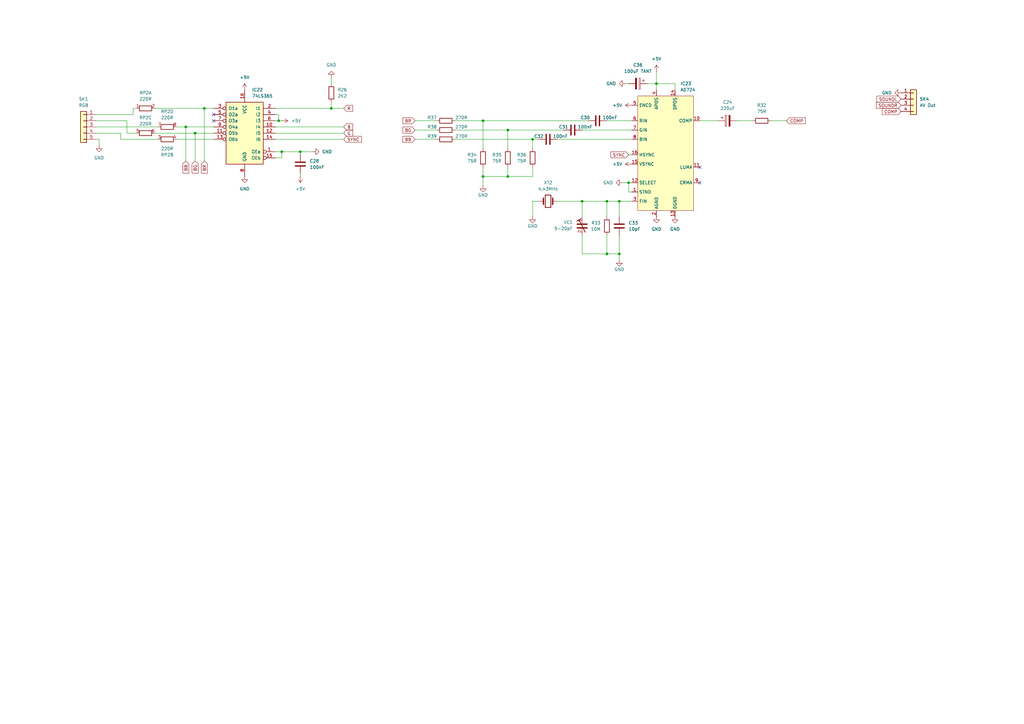
<source format=kicad_sch>
(kicad_sch (version 20231120) (generator "eeschema") (generator_version "8.0")
  (paper "A3")
  (lib_symbols
    (symbol "74xx:74LS368" (pin_names (offset 1.016))
      (property "Reference" "U" (at -7.62 13.97 0))
      (property "Value" "74LS368" (at -7.62 -13.97 0))
      (symbol "74LS368_1_0"
        (pin input inverted (at -12.7 -7.62 0) (length 5.08) (name "OEa") (number "1"))
        (pin input line (at -12.7 2.54 0) (length 5.08) (name "I4") (number "10"))
        (pin tri_state inverted (at 12.7 0 180) (length 5.08) (name "O5b") (number "11"))
        (pin input line (at -12.7 0 0) (length 5.08) (name "I5") (number "12"))
        (pin tri_state inverted (at 12.7 -2.54 180) (length 5.08) (name "O6b") (number "13"))
        (pin input line (at -12.7 -2.54 0) (length 5.08) (name "I6") (number "14"))
        (pin input inverted (at -12.7 -10.16 0) (length 5.08) (name "OEb") (number "15"))
        (pin power_in line (at 0 17.78 270) (length 5.08) (name "VCC") (number "16"))
        (pin input line (at -12.7 10.16 0) (length 5.08) (name "I1") (number "2"))
        (pin tri_state inverted (at 12.7 10.16 180) (length 5.08) (name "O1a") (number "3"))
        (pin input line (at -12.7 7.62 0) (length 5.08) (name "I2") (number "4"))
        (pin tri_state inverted (at 12.7 7.62 180) (length 5.08) (name "O2a") (number "5"))
        (pin input line (at -12.7 5.08 0) (length 5.08) (name "I3") (number "6"))
        (pin tri_state inverted (at 12.7 5.08 180) (length 5.08) (name "O3a") (number "7"))
        (pin power_in line (at 0 -17.78 90) (length 5.08) (name "GND") (number "8"))
        (pin tri_state inverted (at 12.7 2.54 180) (length 5.08) (name "O4a") (number "9"))
      )
      (symbol "74LS368_1_1"
        (rectangle (start -7.62 12.7) (end 7.62 -12.7) (stroke (width 0.254)) (fill (type background)))
      )
    )
    (symbol "Connector_Generic:Conn_01x04" (pin_names (offset 1.016) hide)
      (property "Reference" "J" (at 0 5.08 0))
      (property "Value" "Conn_01x04" (at 0 -7.62 0))
      (symbol "Conn_01x04_1_1"
        (rectangle (start -1.27 -4.953) (end 0 -5.207) (stroke (width 0.1524)))
        (rectangle (start -1.27 -2.413) (end 0 -2.667) (stroke (width 0.1524)))
        (rectangle (start -1.27 0.127) (end 0 -0.127) (stroke (width 0.1524)))
        (rectangle (start -1.27 2.667) (end 0 2.413) (stroke (width 0.1524)))
        (rectangle (start -1.27 3.81) (end 1.27 -6.35) (stroke (width 0.254)) (fill (type background)))
        (pin passive line (at -5.08 2.54 0) (length 3.81) (name "Pin_1") (number "1"))
        (pin passive line (at -5.08 0 0) (length 3.81) (name "Pin_2") (number "2"))
        (pin passive line (at -5.08 -2.54 0) (length 3.81) (name "Pin_3") (number "3"))
        (pin passive line (at -5.08 -5.08 0) (length 3.81) (name "Pin_4") (number "4"))
      )
    )
    (symbol "Connector_Generic:Conn_01x05" (pin_names (offset 1.016) hide)
      (property "Reference" "J" (at 0 7.62 0))
      (property "Value" "Conn_01x05" (at 0 -7.62 0))
      (symbol "Conn_01x05_1_1"
        (rectangle (start -1.27 -4.953) (end 0 -5.207) (stroke (width 0.1524)))
        (rectangle (start -1.27 -2.413) (end 0 -2.667) (stroke (width 0.1524)))
        (rectangle (start -1.27 0.127) (end 0 -0.127) (stroke (width 0.1524)))
        (rectangle (start -1.27 2.667) (end 0 2.413) (stroke (width 0.1524)))
        (rectangle (start -1.27 5.207) (end 0 4.953) (stroke (width 0.1524)))
        (rectangle (start -1.27 6.35) (end 1.27 -6.35) (stroke (width 0.254)) (fill (type background)))
        (pin passive line (at -5.08 5.08 0) (length 3.81) (name "Pin_1") (number "1"))
        (pin passive line (at -5.08 2.54 0) (length 3.81) (name "Pin_2") (number "2"))
        (pin passive line (at -5.08 0 0) (length 3.81) (name "Pin_3") (number "3"))
        (pin passive line (at -5.08 -2.54 0) (length 3.81) (name "Pin_4") (number "4"))
        (pin passive line (at -5.08 -5.08 0) (length 3.81) (name "Pin_5") (number "5"))
      )
    )
    (symbol "Device:C" (pin_numbers hide) (pin_names (offset 0.254))
      (property "Reference" "C" (at 0.635 2.54 0))
      (property "Value" "C" (at 0.635 -2.54 0))
      (symbol "C_0_1"
        (polyline (pts (xy -2.032 -0.762) (xy 2.032 -0.762)) (stroke (width 0.508)))
        (polyline (pts (xy -2.032 0.762) (xy 2.032 0.762)) (stroke (width 0.508)))
      )
      (symbol "C_1_1"
        (pin passive line (at 0 3.81 270) (length 2.794) (name "~") (number "1"))
        (pin passive line (at 0 -3.81 90) (length 2.794) (name "~") (number "2"))
      )
    )
    (symbol "Device:C_Polarized" (pin_numbers hide) (pin_names (offset 0.254))
      (property "Reference" "C" (at 0.635 2.54 0))
      (property "Value" "C_Polarized" (at 0.635 -2.54 0))
      (symbol "C_Polarized_0_1"
        (rectangle (start -2.286 0.508) (end 2.286 1.016))
        (polyline (pts (xy -1.778 2.286) (xy -0.762 2.286)))
        (polyline (pts (xy -1.27 2.794) (xy -1.27 1.778)))
        (rectangle (start 2.286 -0.508) (end -2.286 -1.016) (fill (type outline)))
      )
      (symbol "C_Polarized_1_1"
        (pin passive line (at 0 3.81 270) (length 2.794) (name "~") (number "1"))
        (pin passive line (at 0 -3.81 90) (length 2.794) (name "~") (number "2"))
      )
    )
    (symbol "Device:C_Trim" (pin_names (offset 0.254) hide)
      (property "Reference" "C" (at 1.524 -2.032 0))
      (property "Value" "C_Trim" (at 3.048 -3.556 0))
      (symbol "C_Trim_0_1"
        (polyline (pts (xy -2.032 -0.762) (xy 2.032 -0.762)) (stroke (width 0.508)))
        (polyline (pts (xy -2.032 0.762) (xy 2.032 0.762)) (stroke (width 0.508)))
        (polyline (pts (xy 1.27 2.54) (xy -1.27 -2.54)) (stroke (width 0.3048)))
        (polyline (pts (xy 1.27 2.54) (xy 0.381 3.048)) (stroke (width 0.3048)))
        (polyline (pts (xy 1.27 2.54) (xy 2.159 2.032)) (stroke (width 0.3048)))
      )
      (symbol "C_Trim_1_1"
        (pin passive line (at 0 3.81 270) (length 3.048) (name "~") (number "1"))
        (pin passive line (at 0 -3.81 90) (length 3.048) (name "~") (number "2"))
      )
    )
    (symbol "Device:Crystal" (pin_numbers hide) (pin_names (offset 1.016) hide)
      (property "Reference" "Y" (at 0 3.81 0))
      (property "Value" "Crystal" (at 0 -3.81 0))
      (symbol "Crystal_0_1"
        (rectangle (start -1.143 2.54) (end 1.143 -2.54) (stroke (width 0.3048)))
        (polyline (pts (xy -2.54 0) (xy -1.905 0)))
        (polyline (pts (xy -1.905 -1.27) (xy -1.905 1.27)) (stroke (width 0.508)))
        (polyline (pts (xy 1.905 -1.27) (xy 1.905 1.27)) (stroke (width 0.508)))
        (polyline (pts (xy 2.54 0) (xy 1.905 0)))
      )
      (symbol "Crystal_1_1"
        (pin passive line (at -3.81 0 0) (length 1.27) (name "1") (number "1"))
        (pin passive line (at 3.81 0 180) (length 1.27) (name "2") (number "2"))
      )
    )
    (symbol "Device:R" (pin_numbers hide) (pin_names (offset 0))
      (property "Reference" "R" (at 2.032 0 90))
      (property "Value" "R" (at 0 0 90))
      (symbol "R_0_1"
        (rectangle (start -1.016 -2.54) (end 1.016 2.54) (stroke (width 0.254)))
      )
      (symbol "R_1_1"
        (pin passive line (at 0 3.81 270) (length 1.27) (name "~") (number "1"))
        (pin passive line (at 0 -3.81 90) (length 1.27) (name "~") (number "2"))
      )
    )
    (symbol "Device:R_Pack04_SIP_Split" (pin_names (offset 0) hide)
      (property "Reference" "RN" (at 2.032 0 90))
      (property "Value" "R_Pack04_SIP_Split" (at 0 0 90))
      (symbol "R_Pack04_SIP_Split_0_1"
        (rectangle (start 1.016 2.54) (end -1.016 -2.54) (stroke (width 0.254)))
      )
      (symbol "R_Pack04_SIP_Split_1_1"
        (pin passive line (at 0 -3.81 90) (length 1.27) (name "R1.1") (number "1"))
        (pin passive line (at 0 3.81 270) (length 1.27) (name "R1.2") (number "2"))
      )
      (symbol "R_Pack04_SIP_Split_2_1"
        (pin passive line (at 0 -3.81 90) (length 1.27) (name "R2.1") (number "3"))
        (pin passive line (at 0 3.81 270) (length 1.27) (name "R2.2") (number "4"))
      )
      (symbol "R_Pack04_SIP_Split_3_1"
        (pin passive line (at 0 -3.81 90) (length 1.27) (name "R3.1") (number "5"))
        (pin passive line (at 0 3.81 270) (length 1.27) (name "R3.2") (number "6"))
      )
      (symbol "R_Pack04_SIP_Split_4_1"
        (pin passive line (at 0 -3.81 90) (length 1.27) (name "R4.1") (number "7"))
        (pin passive line (at 0 3.81 270) (length 1.27) (name "R4.2") (number "8"))
      )
    )
    (symbol "Oric:AD724"
      (property "Reference" "IC" (at 6.35 24.13 0))
      (property "Value" "AD724" (at 0 0 0))
      (symbol "AD724_0_0"
        (pin input line (at -13.97 -16.51 0) (length 2.54) (name "STND") (number "1"))
        (pin output line (at 13.97 12.7 180) (length 2.54) (name "COMP") (number "10"))
        (pin output line (at 13.97 -6.35 180) (length 2.54) (name "LUMA") (number "11"))
        (pin input line (at -13.97 -12.7 0) (length 2.54) (name "SELECT") (number "12"))
        (pin input line (at 3.81 -26.67 90) (length 2.54) (name "DGND") (number "13"))
        (pin input line (at 3.81 25.4 270) (length 2.54) (name "DPOS") (number "14"))
        (pin input line (at -13.97 -5.08 0) (length 2.54) (name "VSYNC") (number "15"))
        (pin input line (at -13.97 -1.27 0) (length 2.54) (name "HSYNC") (number "16"))
        (pin power_in line (at -3.81 -26.67 90) (length 2.54) (name "AGND") (number "2"))
        (pin passive line (at -13.97 -20.32 0) (length 2.54) (name "FIN") (number "3"))
        (pin power_in line (at -3.81 25.4 270) (length 2.54) (name "APOS") (number "4"))
        (pin input line (at -13.97 19.05 0) (length 2.54) (name "ENCD") (number "5"))
        (pin input line (at -13.97 12.7 0) (length 2.54) (name "RIN") (number "6"))
        (pin input line (at -13.97 8.89 0) (length 2.54) (name "GIN") (number "7"))
        (pin input line (at -13.97 5.08 0) (length 2.54) (name "BIN") (number "8"))
        (pin output line (at 13.97 -12.7 180) (length 2.54) (name "CRMA") (number "9"))
      )
      (symbol "AD724_1_1"
        (rectangle (start -11.43 22.86) (end 11.43 -24.13) (fill (type background)))
      )
    )
    (symbol "power:+5V" (power) (pin_numbers hide) (pin_names (offset 0) hide)
      (property "Value" "+5V" (at 0 3.556 0))
      (symbol "+5V_0_1"
        (polyline (pts (xy -0.762 1.27) (xy 0 2.54)))
        (polyline (pts (xy 0 0) (xy 0 2.54)))
        (polyline (pts (xy 0 2.54) (xy 0.762 1.27)))
      )
      (symbol "+5V_1_1"
        (pin power_in line (at 0 0 90) (length 0) (name "~") (number "1"))
      )
    )
    (symbol "power:GND" (power) (pin_numbers hide) (pin_names (offset 0) hide)
      (property "Value" "GND" (at 0 -3.81 0))
      (symbol "GND_0_1"
        (polyline (pts (xy 0 0) (xy 0 -1.27) (xy 1.27 -1.27) (xy 0 -2.54) (xy -1.27 -1.27) (xy 0 -1.27)))
      )
      (symbol "GND_1_1"
        (pin power_in line (at 0 0 270) (length 0) (name "~") (number "1"))
      )
    )
  )
  (junction (at 238.76 82.55))
  (junction (at 198.12 72.39))
  (junction (at 76.2 52.07))
  (junction (at 83.82 44.45))
  (junction (at 208.28 72.39))
  (junction (at 123.19 62.23))
  (junction (at 135.89 44.45))
  (junction (at 254 82.55))
  (junction (at 80.01 54.61))
  (junction (at 198.12 49.53))
  (junction (at 114.3 49.53))
  (junction (at 248.92 104.14))
  (junction (at 208.28 53.34))
  (junction (at 254 104.14))
  (junction (at 269.24 34.29))
  (junction (at 115.57 62.23))
  (junction (at 257.81 74.93))
  (junction (at 218.44 57.15))
  (junction (at 248.92 82.55))
  (no_connect (at 287.02 68.58))
  (no_connect (at 287.02 74.93))
  (no_connect (at 87.63 46.99))
  (no_connect (at 87.63 49.53))
  (wire (pts (xy 294.64 49.53) (xy 287.02 49.53)))
  (wire (pts (xy 72.39 57.15) (xy 87.63 57.15)))
  (wire (pts (xy 276.86 34.29) (xy 269.24 34.29)))
  (wire (pts (xy 76.2 52.07) (xy 87.63 52.07)))
  (wire (pts (xy 259.08 78.74) (xy 257.81 78.74)))
  (wire (pts (xy 254 82.55) (xy 254 88.9)))
  (wire (pts (xy 248.92 96.52) (xy 248.92 104.14)))
  (wire (pts (xy 113.03 44.45) (xy 135.89 44.45)))
  (wire (pts (xy 228.6 82.55) (xy 238.76 82.55)))
  (wire (pts (xy 113.03 64.77) (xy 115.57 64.77)))
  (wire (pts (xy 238.76 82.55) (xy 248.92 82.55)))
  (wire (pts (xy 115.57 49.53) (xy 114.3 49.53)))
  (wire (pts (xy 80.01 54.61) (xy 80.01 66.04)))
  (wire (pts (xy 269.24 34.29) (xy 269.24 36.83)))
  (wire (pts (xy 135.89 31.75) (xy 135.89 34.29)))
  (wire (pts (xy 52.07 49.53) (xy 52.07 54.61)))
  (wire (pts (xy 55.88 54.61) (xy 52.07 54.61)))
  (wire (pts (xy 254 104.14) (xy 248.92 104.14)))
  (wire (pts (xy 256.54 34.29) (xy 257.81 34.29)))
  (wire (pts (xy 114.3 49.53) (xy 113.03 49.53)))
  (wire (pts (xy 218.44 57.15) (xy 218.44 60.96)))
  (wire (pts (xy 254 96.52) (xy 254 104.14)))
  (wire (pts (xy 40.64 57.15) (xy 39.37 57.15)))
  (wire (pts (xy 238.76 104.14) (xy 248.92 104.14)))
  (wire (pts (xy 39.37 49.53) (xy 52.07 49.53)))
  (wire (pts (xy 114.3 46.99) (xy 114.3 49.53)))
  (wire (pts (xy 198.12 49.53) (xy 241.3 49.53)))
  (wire (pts (xy 257.81 63.5) (xy 259.08 63.5)))
  (wire (pts (xy 248.92 82.55) (xy 254 82.55)))
  (wire (pts (xy 308.61 49.53) (xy 302.26 49.53)))
  (wire (pts (xy 113.03 52.07) (xy 140.97 52.07)))
  (wire (pts (xy 238.76 96.52) (xy 238.76 104.14)))
  (wire (pts (xy 208.28 53.34) (xy 208.28 60.96)))
  (wire (pts (xy 123.19 72.39) (xy 123.19 71.12)))
  (wire (pts (xy 238.76 53.34) (xy 259.08 53.34)))
  (wire (pts (xy 218.44 72.39) (xy 208.28 72.39)))
  (wire (pts (xy 322.58 49.53) (xy 316.23 49.53)))
  (wire (pts (xy 113.03 57.15) (xy 140.97 57.15)))
  (wire (pts (xy 276.86 36.83) (xy 276.86 34.29)))
  (wire (pts (xy 218.44 68.58) (xy 218.44 72.39)))
  (wire (pts (xy 269.24 29.21) (xy 269.24 34.29)))
  (wire (pts (xy 54.61 46.99) (xy 39.37 46.99)))
  (wire (pts (xy 115.57 64.77) (xy 115.57 62.23)))
  (wire (pts (xy 228.6 57.15) (xy 259.08 57.15)))
  (wire (pts (xy 186.69 57.15) (xy 218.44 57.15)))
  (wire (pts (xy 257.81 74.93) (xy 259.08 74.93)))
  (wire (pts (xy 49.53 57.15) (xy 49.53 54.61)))
  (wire (pts (xy 238.76 82.55) (xy 238.76 88.9)))
  (wire (pts (xy 140.97 44.45) (xy 135.89 44.45)))
  (wire (pts (xy 55.88 44.45) (xy 54.61 44.45)))
  (wire (pts (xy 198.12 72.39) (xy 198.12 68.58)))
  (wire (pts (xy 254 106.68) (xy 254 104.14)))
  (wire (pts (xy 208.28 53.34) (xy 231.14 53.34)))
  (wire (pts (xy 123.19 63.5) (xy 123.19 62.23)))
  (wire (pts (xy 170.18 57.15) (xy 179.07 57.15)))
  (wire (pts (xy 218.44 82.55) (xy 218.44 88.9)))
  (wire (pts (xy 170.18 53.34) (xy 179.07 53.34)))
  (wire (pts (xy 76.2 52.07) (xy 76.2 66.04)))
  (wire (pts (xy 208.28 68.58) (xy 208.28 72.39)))
  (wire (pts (xy 265.43 34.29) (xy 269.24 34.29)))
  (wire (pts (xy 208.28 72.39) (xy 198.12 72.39)))
  (wire (pts (xy 80.01 54.61) (xy 87.63 54.61)))
  (wire (pts (xy 113.03 54.61) (xy 140.97 54.61)))
  (wire (pts (xy 257.81 78.74) (xy 257.81 74.93)))
  (wire (pts (xy 83.82 44.45) (xy 87.63 44.45)))
  (wire (pts (xy 198.12 49.53) (xy 198.12 60.96)))
  (wire (pts (xy 63.5 54.61) (xy 80.01 54.61)))
  (wire (pts (xy 218.44 57.15) (xy 220.98 57.15)))
  (wire (pts (xy 198.12 76.2) (xy 198.12 72.39)))
  (wire (pts (xy 64.77 57.15) (xy 49.53 57.15)))
  (wire (pts (xy 255.27 74.93) (xy 257.81 74.93)))
  (wire (pts (xy 39.37 52.07) (xy 64.77 52.07)))
  (wire (pts (xy 128.27 62.23) (xy 123.19 62.23)))
  (wire (pts (xy 83.82 44.45) (xy 83.82 66.04)))
  (wire (pts (xy 63.5 44.45) (xy 83.82 44.45)))
  (wire (pts (xy 186.69 53.34) (xy 208.28 53.34)))
  (wire (pts (xy 40.64 59.69) (xy 40.64 57.15)))
  (wire (pts (xy 248.92 82.55) (xy 248.92 88.9)))
  (wire (pts (xy 72.39 52.07) (xy 76.2 52.07)))
  (wire (pts (xy 248.92 49.53) (xy 259.08 49.53)))
  (wire (pts (xy 135.89 44.45) (xy 135.89 41.91)))
  (wire (pts (xy 170.18 49.53) (xy 179.07 49.53)))
  (wire (pts (xy 49.53 54.61) (xy 39.37 54.61)))
  (wire (pts (xy 123.19 62.23) (xy 115.57 62.23)))
  (wire (pts (xy 115.57 62.23) (xy 113.03 62.23)))
  (wire (pts (xy 54.61 44.45) (xy 54.61 46.99)))
  (wire (pts (xy 254 82.55) (xy 259.08 82.55)))
  (wire (pts (xy 220.98 82.55) (xy 218.44 82.55)))
  (wire (pts (xy 113.03 46.99) (xy 114.3 46.99)))
  (wire (pts (xy 186.69 49.53) (xy 198.12 49.53)))
  (global_label "BG" (shape input) (at 80.01 66.04 270) (property "Intersheetrefs" "${INTERSHEET_REFS}" (effects (hide yes))))
  (global_label "R" (shape input) (at 140.97 44.45 0) (property "Intersheetrefs" "${INTERSHEET_REFS}" (effects (hide yes))))
  (global_label "SYNC" (shape input) (at 140.97 57.15 0) (property "Intersheetrefs" "${INTERSHEET_REFS}" (effects (hide yes))))
  (global_label "BB" (shape input) (at 76.2 66.04 270) (property "Intersheetrefs" "${INTERSHEET_REFS}" (effects (hide yes))))
  (global_label "BR" (shape input) (at 83.82 66.04 270) (property "Intersheetrefs" "${INTERSHEET_REFS}" (effects (hide yes))))
  (global_label "BR" (shape input) (at 170.18 49.53 180) (property "Intersheetrefs" "${INTERSHEET_REFS}" (effects (hide yes))))
  (global_label "COMP" (shape input) (at 369.57 45.72 180) (property "Intersheetrefs" "${INTERSHEET_REFS}" (effects (hide yes))))
  (global_label "BB" (shape input) (at 170.18 57.15 180) (property "Intersheetrefs" "${INTERSHEET_REFS}" (effects (hide yes))))
  (global_label "COMP" (shape input) (at 322.58 49.53 0) (property "Intersheetrefs" "${INTERSHEET_REFS}" (effects (hide yes))))
  (global_label "B" (shape input) (at 140.97 52.07 0) (property "Intersheetrefs" "${INTERSHEET_REFS}" (effects (hide yes))))
  (global_label "SYNC" (shape input) (at 257.81 63.5 180) (property "Intersheetrefs" "${INTERSHEET_REFS}" (effects (hide yes))))
  (global_label "G" (shape input) (at 140.97 54.61 0) (property "Intersheetrefs" "${INTERSHEET_REFS}" (effects (hide yes))))
  (global_label "SOUNDR" (shape input) (at 369.57 43.18 180) (property "Intersheetrefs" "${INTERSHEET_REFS}" (effects (hide yes))))
  (global_label "BG" (shape input) (at 170.18 53.34 180) (property "Intersheetrefs" "${INTERSHEET_REFS}" (effects (hide yes))))
  (global_label "SOUNDL" (shape input) (at 369.57 40.64 180) (property "Intersheetrefs" "${INTERSHEET_REFS}" (effects (hide yes))))
  (symbol (lib_id "power:+5V") (at 115.57 49.53 270) (unit 1)
    (property "Reference" "#PWR054" (effects (hide yes)))
    (property "Value" "+5V" (at 119.38 49.5299 90) (effects (justify left)))
    (property "Description" "Power symbol creates a global label with name \"+5V\"" (effects (hide yes)))
  )
  (symbol (lib_id "Device:C") (at 245.11 49.53 90) (unit 1)
    (property "Reference" "C30" (at 240.03 48.26 90))
    (property "Value" "100nF" (at 250.19 48.26 90))
    (property "Footprint" "Oric:Ceramic Capacitor 5.00mm" (effects (hide yes)))
    (property "Description" "Unpolarized capacitor" (effects (hide yes)))
  )
  (symbol (lib_id "Device:R") (at 218.44 64.77 0) (mirror y) (unit 1)
    (property "Reference" "R36" (at 215.9 63.4999 0) (effects (justify left)))
    (property "Value" "75R" (at 215.9 66.0399 0) (effects (justify left)))
    (property "Footprint" "Oric:Resistor 10.16mm" (effects (hide yes)))
    (property "Description" "Resistor" (effects (hide yes)))
  )
  (symbol (lib_id "power:GND") (at 128.27 62.23 90) (unit 1)
    (property "Reference" "#PWR029" (effects (hide yes)))
    (property "Value" "GND" (at 132.08 62.2299 90) (effects (justify right)))
    (property "Description" "Power symbol creates a global label with name \"GND\" , ground" (effects (hide yes)))
  )
  (symbol (lib_id "power:GND") (at 254 106.68 0) (mirror y) (unit 1)
    (property "Reference" "#PWR037" (effects (hide yes)))
    (property "Value" "GND" (at 254 110.49 0))
    (property "Description" "Power symbol creates a global label with name \"GND\" , ground" (effects (hide yes)))
  )
  (symbol (lib_id "power:GND") (at 256.54 34.29 270) (unit 1)
    (property "Reference" "#PWR041" (effects (hide yes)))
    (property "Value" "GND" (at 252.73 34.2899 90) (effects (justify right)))
    (property "Description" "Power symbol creates a global label with name \"GND\" , ground" (effects (hide yes)))
  )
  (symbol (lib_id "power:+5V") (at 100.33 36.83 0) (unit 1)
    (property "Reference" "#PWR027" (effects (hide yes)))
    (property "Value" "+5V" (at 100.33 31.75 0))
    (property "Description" "Power symbol creates a global label with name \"+5V\"" (effects (hide yes)))
  )
  (symbol (lib_id "Device:R") (at 135.89 38.1 180) (unit 1)
    (property "Reference" "R26" (at 138.43 36.8299 0) (effects (justify right)))
    (property "Value" "2K2" (at 138.43 39.3699 0) (effects (justify right)))
    (property "Footprint" "Oric:Resistor 10.16mm" (effects (hide yes)))
    (property "Description" "Resistor" (effects (hide yes)))
  )
  (symbol (lib_id "Device:C") (at 234.95 53.34 90) (unit 1)
    (property "Reference" "C31" (at 231.14 52.07 90))
    (property "Value" "100nF" (at 240.03 52.07 90))
    (property "Footprint" "Oric:Ceramic Capacitor 5.00mm" (effects (hide yes)))
    (property "Description" "Unpolarized capacitor" (effects (hide yes)))
  )
  (symbol (lib_id "power:GND") (at 198.12 76.2 0) (mirror y) (unit 1)
    (property "Reference" "#PWR040" (effects (hide yes)))
    (property "Value" "GND" (at 198.12 80.01 0))
    (property "Description" "Power symbol creates a global label with name \"GND\" , ground" (effects (hide yes)))
  )
  (symbol (lib_id "power:GND") (at 369.57 38.1 270) (unit 1)
    (property "Reference" "#PWR023" (effects (hide yes)))
    (property "Value" "GND" (at 365.76 38.0999 90) (effects (justify right)))
    (property "Description" "Power symbol creates a global label with name \"GND\" , ground" (effects (hide yes)))
  )
  (symbol (lib_id "Device:R_Pack04_SIP_Split") (at 59.69 44.45 270) (mirror x) (unit 1)
    (property "Reference" "RP2" (at 59.69 38.1 90))
    (property "Value" "220R" (at 59.69 40.64 90))
    (property "Footprint" "Oric:R_Array_SIP8_Isolated" (effects (hide yes)))
    (property "Datasheet" "http://www.vishay.com/docs/31509/csc.pdf" (effects (hide yes)))
    (property "Description" "4 resistor network, parallel topology, SIP package, split" (effects (hide yes)))
  )
  (symbol (lib_id "Device:C_Polarized") (at 261.62 34.29 270) (unit 1)
    (property "Reference" "C36" (at 261.62 26.67 90))
    (property "Value" "100uF TANT" (at 261.62 29.21 90))
    (property "Footprint" "Oric:Tantalum Capacitor 5.00mm" (effects (hide yes)))
    (property "Description" "Polarized capacitor" (effects (hide yes)))
  )
  (symbol (lib_id "power:+5V") (at 259.08 67.31 90) (unit 1)
    (property "Reference" "#PWR039" (effects (hide yes)))
    (property "Value" "+5V" (at 255.27 67.3099 90) (effects (justify left)))
    (property "Description" "Power symbol creates a global label with name \"+5V\"" (effects (hide yes)))
  )
  (symbol (lib_id "Device:R_Pack04_SIP_Split") (at 68.58 57.15 270) (unit 2)
    (property "Reference" "RP2" (at 68.58 63.5 90))
    (property "Value" "220R" (at 68.58 60.96 90))
    (property "Footprint" "Oric:R_Array_SIP8_Isolated" (effects (hide yes)))
    (property "Datasheet" "http://www.vishay.com/docs/31509/csc.pdf" (effects (hide yes)))
    (property "Description" "4 resistor network, parallel topology, SIP package, split" (effects (hide yes)))
  )
  (symbol (lib_id "power:GND") (at 276.86 88.9 0) (unit 1)
    (property "Reference" "#PWR035" (effects (hide yes)))
    (property "Value" "GND" (at 276.86 93.98 0))
    (property "Description" "Power symbol creates a global label with name \"GND\" , ground" (effects (hide yes)))
  )
  (symbol (lib_id "Oric:AD724") (at 273.05 62.23 0) (unit 1)
    (property "Reference" "IC23" (at 279.0541 34.29 0) (effects (justify left)))
    (property "Value" "AD724" (at 279.0541 36.83 0) (effects (justify left)))
    (property "Footprint" "Oric:SOIC-16W_7.5x10.3mm_P1.27mm" (effects (hide yes)))
  )
  (symbol (lib_id "Device:R_Pack04_SIP_Split") (at 59.69 54.61 270) (mirror x) (unit 3)
    (property "Reference" "RP2" (at 59.69 48.26 90))
    (property "Value" "220R" (at 59.69 50.8 90))
    (property "Footprint" "Oric:R_Array_SIP8_Isolated" (effects (hide yes)))
    (property "Datasheet" "http://www.vishay.com/docs/31509/csc.pdf" (effects (hide yes)))
    (property "Description" "4 resistor network, parallel topology, SIP package, split" (effects (hide yes)))
  )
  (symbol (lib_id "Device:C_Trim") (at 238.76 92.71 0) (mirror y) (unit 1)
    (property "Reference" "VC1" (at 234.95 91.1859 0) (effects (justify left)))
    (property "Value" "5-20pF" (at 234.95 93.7259 0) (effects (justify left)))
    (property "Footprint" "Oric:CVN6500" (effects (hide yes)))
    (property "Description" "Trimmable capacitor" (effects (hide yes)))
  )
  (symbol (lib_id "Device:C_Polarized") (at 298.45 49.53 90) (mirror x) (unit 1)
    (property "Reference" "C24" (at 298.45 41.91 90))
    (property "Value" "220uF" (at 298.45 44.45 90))
    (property "Footprint" "Oric:Electrolytic Capacitor 5.00mm" (effects (hide yes)))
    (property "Description" "Polarized capacitor" (effects (hide yes)))
  )
  (symbol (lib_id "power:+5V") (at 259.08 43.18 90) (unit 1)
    (property "Reference" "#PWR032" (effects (hide yes)))
    (property "Value" "+5V" (at 255.27 43.1799 90) (effects (justify left)))
    (property "Description" "Power symbol creates a global label with name \"+5V\"" (effects (hide yes)))
  )
  (symbol (lib_id "74xx:74LS368") (at 100.33 54.61 0) (mirror y) (unit 1)
    (property "Reference" "IC22" (at 103.3465 36.83 0) (effects (justify right)))
    (property "Value" "74LS365" (at 103.3465 39.37 0) (effects (justify right)))
    (property "Footprint" "Oric:DIP-16_W7.62mm" (effects (hide yes)))
    (property "Datasheet" "http://www.ti.com/lit/gpn/sn74LS368" (effects (hide yes)))
    (property "Description" "Hex Bus Driver inverter, 3-state outputs" (effects (hide yes)))
  )
  (symbol (lib_id "Device:R_Pack04_SIP_Split") (at 68.58 52.07 270) (mirror x) (unit 4)
    (property "Reference" "RP2" (at 68.58 45.72 90))
    (property "Value" "220R" (at 68.58 48.26 90))
    (property "Footprint" "Oric:R_Array_SIP8_Isolated" (effects (hide yes)))
    (property "Datasheet" "http://www.vishay.com/docs/31509/csc.pdf" (effects (hide yes)))
    (property "Description" "4 resistor network, parallel topology, SIP package, split" (effects (hide yes)))
  )
  (symbol (lib_id "Device:C") (at 254 92.71 180) (unit 1)
    (property "Reference" "C33" (at 257.81 91.4399 0) (effects (justify right)))
    (property "Value" "10pF" (at 257.81 93.9799 0) (effects (justify right)))
    (property "Footprint" "Oric:Ceramic Capacitor 5.00mm" (effects (hide yes)))
    (property "Description" "Unpolarized capacitor" (effects (hide yes)))
  )
  (symbol (lib_id "Connector_Generic:Conn_01x05") (at 34.29 52.07 0) (mirror y) (unit 1)
    (property "Reference" "SK1" (at 34.29 40.64 0))
    (property "Value" "RGB" (at 34.29 43.18 0))
    (property "Footprint" "Oric:SK1_5-Pin_DIN" (effects (hide yes)))
    (property "Description" "Generic connector, single row, 01x05, script generated (kicad-library-utils/schlib/autogen/connector/)" (effects (hide yes)))
  )
  (symbol (lib_id "power:GND") (at 255.27 74.93 270) (unit 1)
    (property "Reference" "#PWR038" (effects (hide yes)))
    (property "Value" "GND" (at 251.46 74.9299 90) (effects (justify right)))
    (property "Description" "Power symbol creates a global label with name \"GND\" , ground" (effects (hide yes)))
  )
  (symbol (lib_id "Device:R") (at 312.42 49.53 270) (unit 1)
    (property "Reference" "R32" (at 312.42 43.18 90))
    (property "Value" "75R" (at 312.42 45.72 90))
    (property "Footprint" "Oric:Resistor 10.16mm" (effects (hide yes)))
    (property "Description" "Resistor" (effects (hide yes)))
  )
  (symbol (lib_id "power:GND") (at 218.44 88.9 0) (mirror y) (unit 1)
    (property "Reference" "#PWR036" (effects (hide yes)))
    (property "Value" "GND" (at 218.44 92.71 0))
    (property "Description" "Power symbol creates a global label with name \"GND\" , ground" (effects (hide yes)))
  )
  (symbol (lib_id "power:GND") (at 100.33 72.39 0) (unit 1)
    (property "Reference" "#PWR028" (effects (hide yes)))
    (property "Value" "GND" (at 100.33 77.47 0))
    (property "Description" "Power symbol creates a global label with name \"GND\" , ground" (effects (hide yes)))
  )
  (symbol (lib_id "Device:C") (at 123.19 67.31 0) (unit 1)
    (property "Reference" "C28" (at 127 66.0399 0) (effects (justify left)))
    (property "Value" "100nF" (at 127 68.5799 0) (effects (justify left)))
    (property "Footprint" "Oric:Ceramic Capacitor 5.00mm" (effects (hide yes)))
    (property "Description" "Unpolarized capacitor" (effects (hide yes)))
  )
  (symbol (lib_id "power:GND") (at 40.64 59.69 0) (unit 1)
    (property "Reference" "#PWR031" (effects (hide yes)))
    (property "Value" "GND" (at 40.64 64.77 0))
    (property "Description" "Power symbol creates a global label with name \"GND\" , ground" (effects (hide yes)))
  )
  (symbol (lib_id "Device:R") (at 182.88 53.34 270) (mirror x) (unit 1)
    (property "Reference" "R38" (at 175.26 52.07 90) (effects (justify left)))
    (property "Value" "270R" (at 186.69 52.07 90) (effects (justify left)))
    (property "Footprint" "Oric:Resistor 10.16mm" (effects (hide yes)))
    (property "Description" "Resistor" (effects (hide yes)))
  )
  (symbol (lib_id "Connector_Generic:Conn_01x04") (at 374.65 40.64 0) (unit 1)
    (property "Reference" "SK4" (at 377.19 40.6399 0) (effects (justify left)))
    (property "Value" "AV Out" (at 377.19 43.1799 0) (effects (justify left)))
    (property "Footprint" "Oric:PJ320A" (effects (hide yes)))
    (property "Description" "Generic connector, single row, 01x04, script generated (kicad-library-utils/schlib/autogen/connector/)" (effects (hide yes)))
  )
  (symbol (lib_id "Device:R") (at 198.12 64.77 0) (mirror y) (unit 1)
    (property "Reference" "R34" (at 195.58 63.4999 0) (effects (justify left)))
    (property "Value" "75R" (at 195.58 66.0399 0) (effects (justify left)))
    (property "Footprint" "Oric:Resistor 10.16mm" (effects (hide yes)))
    (property "Description" "Resistor" (effects (hide yes)))
  )
  (symbol (lib_id "Device:Crystal") (at 224.79 82.55 0) (unit 1)
    (property "Reference" "XT2" (at 224.79 74.93 0))
    (property "Value" "4.43MHz" (at 224.79 77.47 0))
    (property "Footprint" "Oric:Crystal" (effects (hide yes)))
    (property "Description" "Two pin crystal" (effects (hide yes)))
  )
  (symbol (lib_id "power:+5V") (at 269.24 29.21 0) (unit 1)
    (property "Reference" "#PWR033" (effects (hide yes)))
    (property "Value" "+5V" (at 269.24 24.13 0))
    (property "Description" "Power symbol creates a global label with name \"+5V\"" (effects (hide yes)))
  )
  (symbol (lib_id "Device:R") (at 182.88 57.15 270) (mirror x) (unit 1)
    (property "Reference" "R39" (at 175.26 55.88 90) (effects (justify left)))
    (property "Value" "270R" (at 186.69 55.88 90) (effects (justify left)))
    (property "Footprint" "Oric:Resistor 10.16mm" (effects (hide yes)))
    (property "Description" "Resistor" (effects (hide yes)))
  )
  (symbol (lib_id "Device:R") (at 208.28 64.77 0) (mirror y) (unit 1)
    (property "Reference" "R35" (at 205.74 63.4999 0) (effects (justify left)))
    (property "Value" "75R" (at 205.74 66.0399 0) (effects (justify left)))
    (property "Footprint" "Oric:Resistor 10.16mm" (effects (hide yes)))
    (property "Description" "Resistor" (effects (hide yes)))
  )
  (symbol (lib_id "power:GND") (at 135.89 31.75 180) (unit 1)
    (property "Reference" "#PWR026" (effects (hide yes)))
    (property "Value" "GND" (at 135.89 26.67 0))
    (property "Description" "Power symbol creates a global label with name \"GND\" , ground" (effects (hide yes)))
  )
  (symbol (lib_id "power:GND") (at 269.24 88.9 0) (unit 1)
    (property "Reference" "#PWR034" (effects (hide yes)))
    (property "Value" "GND" (at 269.24 93.98 0))
    (property "Description" "Power symbol creates a global label with name \"GND\" , ground" (effects (hide yes)))
  )
  (symbol (lib_id "Device:R") (at 248.92 92.71 0) (mirror y) (unit 1)
    (property "Reference" "R33" (at 246.38 91.4399 0) (effects (justify left)))
    (property "Value" "10M" (at 246.38 93.9799 0) (effects (justify left)))
    (property "Footprint" "Oric:Resistor 10.16mm" (effects (hide yes)))
    (property "Description" "Resistor" (effects (hide yes)))
  )
  (symbol (lib_id "power:+5V") (at 123.19 72.39 180) (unit 1)
    (property "Reference" "#PWR030" (effects (hide yes)))
    (property "Value" "+5V" (at 123.19 77.47 0))
    (property "Description" "Power symbol creates a global label with name \"+5V\"" (effects (hide yes)))
  )
  (symbol (lib_id "Device:R") (at 182.88 49.53 270) (mirror x) (unit 1)
    (property "Reference" "R37" (at 175.26 48.26 90) (effects (justify left)))
    (property "Value" "270R" (at 186.69 48.26 90) (effects (justify left)))
    (property "Footprint" "Oric:Resistor 10.16mm" (effects (hide yes)))
    (property "Description" "Resistor" (effects (hide yes)))
  )
  (symbol (lib_id "Device:C") (at 224.79 57.15 90) (unit 1)
    (property "Reference" "C32" (at 220.98 55.88 90))
    (property "Value" "100nF" (at 229.87 55.88 90))
    (property "Footprint" "Oric:Ceramic Capacitor 5.00mm" (effects (hide yes)))
    (property "Description" "Unpolarized capacitor" (effects (hide yes)))
  )
)
</source>
